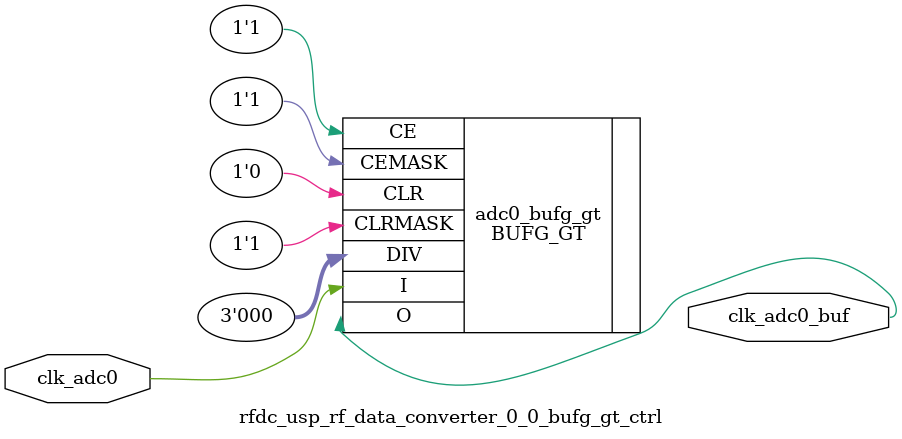
<source format=v>

`timescale 1ns / 1ps

(* DowngradeIPIdentifiedWarnings="yes" *)
module rfdc_usp_rf_data_converter_0_0_bufg_gt_ctrl (
  // ADC Fabric Feedback Clock for Tile 0
  input    clk_adc0,
  
  output   clk_adc0_buf
    
);

 
  BUFG_GT adc0_bufg_gt
  (
    .I       (clk_adc0),
    .CE      (1'b1),
    .CEMASK  (1'b1),
    .CLR     (1'b0),
    .CLRMASK (1'b1),
    .DIV     (3'b000),
    .O       (clk_adc0_buf)
  );  

endmodule

</source>
